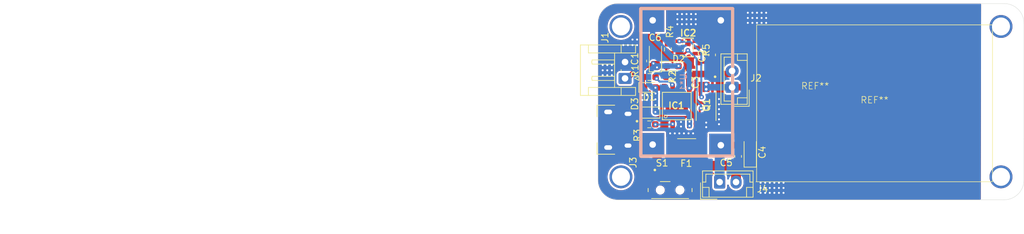
<source format=kicad_pcb>
(kicad_pcb (version 20221018) (generator pcbnew)
  (layers (0 "F.Cu" signal) (31 "B.Cu" signal) (34 "B.Paste" user) (35 "F.Paste" user) (36 "B.SilkS" user "B.Silkscreen") (37 "F.SilkS" user "F.Silkscreen") (38 "B.Mask" user) (39 "F.Mask" user) (44 "Edge.Cuts" user))
  (net 0 "")
  (net 1 "/BATT_VIN")
  (net 2 "GND")
  (net 3 "/BATT_SAVE")
  (net 4 "/BATT-")
  (net 5 "/BATT+")
  (net 6 "Net-(D1-K)")
  (net 7 "Net-(D2-K)")
  (net 8 "Net-(D3-A)")
  (net 9 "Net-(F1-Pad1)")
  (net 10 "Net-(IC1-PROG)")
  (net 11 "Net-(IC1-STDBY)")
  (net 12 "Net-(IC1-CHRG)")
  (net 13 "/OD")
  (net 14 "/CS")
  (net 15 "/OC")
  (net 20 "Net-(Q1-Pad1)")
  (net 21 "Net-(U*1-OUT+)")
  (net 23 "Net-(J4-Pin_1)")
  (net 24 "/5V_3A")
  (footprint "Resistor_SMD:R_0603_1608Metric_Pad0.98x0.95mm_HandSolder" (layer "F.Cu") (at 91.2575 103.57)
    (fp_text reference "R3" (at -1.8075 1.68 90) (layer "F.SilkS"))
    (fp_text value "1.2K")
    (pad "1" smd roundrect (at -0.9125 0) (size 0.975 0.95) (layers "F.Cu" "F.Paste" "F.Mask") (net 2 "GND"))
    (pad "2" smd roundrect (at 0.9125 0) (size 0.975 0.95) (layers "F.Cu" "F.Paste" "F.Mask") (net 10 "Net-(IC1-PROG)"))
  )
  (footprint "Custom_Footprints:FS8205" (layer "F.Cu") (at 99.93 100.7325 -90)
    (fp_text reference "Q1" (at -0.1325 -0.07 90) (layer "F.SilkS") (effects (font (thickness 0.2))))
    (fp_text value "FS8205A")
    (pad "1" smd rect (at -2.88 -0.975 270) (size 1.56 0.4) (layers "F.Cu" "F.Paste" "F.Mask") (net 20 "Net-(Q1-Pad1)"))
    (pad "2" smd rect (at -2.88 -0.325 270) (size 1.56 0.4) (layers "F.Cu" "F.Paste" "F.Mask") (net 4 "/BATT-"))
    (pad "3" smd rect (at -2.88 0.325 270) (size 1.56 0.4) (layers "F.Cu" "F.Paste" "F.Mask") (net 4 "/BATT-"))
    (pad "4" smd rect (at -2.88 0.975 270) (size 1.56 0.4) (layers "F.Cu" "F.Paste" "F.Mask") (net 13 "/OD"))
    (pad "5" smd rect (at 2.88 0.975 270) (size 1.56 0.4) (layers "F.Cu" "F.Paste" "F.Mask") (net 15 "/OC"))
    (pad "6" smd rect (at 2.88 0.325 270) (size 1.56 0.4) (layers "F.Cu" "F.Paste" "F.Mask") (net 2 "GND"))
    (pad "7" smd rect (at 2.88 -0.325 270) (size 1.56 0.4) (layers "F.Cu" "F.Paste" "F.Mask") (net 2 "GND"))
    (pad "8" smd rect (at 2.88 -0.975 270) (size 1.56 0.4) (layers "F.Cu" "F.Paste" "F.Mask") (net 20 "Net-(Q1-Pad1)"))
  )
  (footprint "Diode_SMD:D_SOD-323" (layer "F.Cu") (at 91.26 101.77 180)
    (fp_text reference "D3" (at 2.21 1.32 90) (layer "F.SilkS"))
    (fp_text value "1N5819WS")
    (pad "1" smd roundrect (at -1.05 0 180) (size 0.6 0.45) (layers "F.Cu" "F.Paste" "F.Mask") (net 1 "/BATT_VIN"))
    (pad "2" smd roundrect (at 1.05 0 180) (size 0.6 0.45) (layers "F.Cu" "F.Paste" "F.Mask") (net 8 "Net-(D3-A)"))
  )
  (footprint "Resistor_SMD:R_0603_1608Metric_Pad0.98x0.95mm_HandSolder" (layer "F.Cu") (at 91.3075 96.33 180)
    (fp_text reference "R1" (at 2.2075 0.93 90) (layer "F.SilkS"))
    (fp_text value "1K")
    (pad "1" smd roundrect (at -0.9125 0 180) (size 0.975 0.95) (layers "F.Cu" "F.Paste" "F.Mask") (net 12 "Net-(IC1-CHRG)"))
    (pad "2" smd roundrect (at 0.9125 0 180) (size 0.975 0.95) (layers "F.Cu" "F.Paste" "F.Mask") (net 6 "Net-(D1-K)"))
  )
  (footprint "Resistor_SMD:R_0603_1608Metric_Pad0.98x0.95mm_HandSolder" (layer "F.Cu") (at 94.77 96.31 180)
    (fp_text reference "R2" (at -0.03 0.01 90) (layer "F.SilkS"))
    (fp_text value "1K")
    (pad "1" smd roundrect (at -0.9125 0 180) (size 0.975 0.95) (layers "F.Cu" "F.Paste" "F.Mask") (net 11 "Net-(IC1-STDBY)"))
    (pad "2" smd roundrect (at 0.9125 0 180) (size 0.975 0.95) (layers "F.Cu" "F.Paste" "F.Mask") (net 7 "Net-(D2-K)"))
  )
  (footprint "Capacitor_SMD:C_0603_1608Metric_Pad1.08x0.95mm_HandSolder" (layer "F.Cu") (at 90.35 93.88 90)
    (fp_text reference "C1" (at 0.33 -1.3 90) (layer "F.SilkS"))
    (fp_text value "100nf")
    (pad "1" smd roundrect (at -0.8625 0 90) (size 1.075 0.95) (layers "F.Cu" "F.Paste" "F.Mask") (net 1 "/BATT_VIN"))
    (pad "2" smd roundrect (at 0.8625 0 90) (size 1.075 0.95) (layers "F.Cu" "F.Paste" "F.Mask") (net 2 "GND"))
  )
  (footprint "Capacitor_SMD:C_0603_1608Metric_Pad1.08x0.95mm_HandSolder" (layer "F.Cu") (at 97.28 95.38 90)
    (fp_text reference "C3" (at -1.77 1.02 90) (layer "F.SilkS"))
    (fp_text value "10uF")
    (pad "1" smd roundrect (at -0.8625 0 90) (size 1.075 0.95) (layers "F.Cu" "F.Paste" "F.Mask") (net 5 "/BATT+"))
    (pad "2" smd roundrect (at 0.8625 0 90) (size 1.075 0.95) (layers "F.Cu" "F.Paste" "F.Mask") (net 2 "GND"))
  )
  (footprint "Connector_JST:JST_EH_B2B-EH-A_1x02_P2.50mm_Vertical" (layer "F.Cu") (at 102 112.4)
    (fp_text reference "J4" (at 6.55 1.05 180) (layer "F.SilkS"))
    (fp_text value "Conn_01x02_Male")
    (pad "1" thru_hole roundrect (at 0 0) (size 1.7 2) (drill 1) (layers "*.Cu" "*.Mask") (roundrect_rratio 0.1470588235) (net 23 "Net-(J4-Pin_1)"))
    (pad "2" thru_hole oval (at 2.5 0) (size 1.7 2) (drill 1) (layers "*.Cu" "*.Mask") (net 24 "/5V_3A"))
  )
  (footprint "Custom_Footprints:Micro-USB1" (layer "F.Cu") (at 84.985 104.39 -90)
    (fp_text reference "J3" (at 5.01 -3.815 90) (layer "F.SilkS"))
    (fp_text value "Micro-USB1")
    (fp_poly (pts (xy -1.9 -2.3) (xy -1.9 -3.76) (xy -3.9 -3.76) (xy -3.9 -2.3)) (stroke (width 0.01)) (fill solid) (layer "F.Cu"))
    (fp_poly (pts (xy 1.9 -2.3) (xy 1.9 -3.76) (xy 3.9 -3.76) (xy 3.9 -2.3)) (stroke (width 0.01)) (fill solid) (layer "F.Cu"))
    (fp_poly (pts (xy -3.9 -2.05) (xy -3.9 -1.35) (xy -3.375 -1.35) (xy -3.375 0.8) (xy -3.374 0.821) (xy -3.373 0.842) (xy -3.37 0.863) (xy -3.366 0.883) (xy -3.361 0.904) (xy -3.355 0.924) (xy -3.348 0.943) (xy -3.34 0.963) (xy -3.331 0.982) (xy -3.321 1) (xy -3.31 1.018) (xy -3.299 1.035) (xy -3.286 1.052) (xy -3.272 1.068) (xy -3.258 1.083) (xy -3.243 1.097) (xy -3.227 1.111) (xy -3.21 1.124) (xy -3.193 1.135) (xy -3.175 1.146) (xy -3.157 1.156) (xy -3.138 1.165) (xy -3.118 1.173) (xy -3.099 1.18) (xy -3.079 1.186) (xy -3.058 1.191) (xy -3.038 1.195) (xy -3.017 1.198) (xy -2.996 1.199) (xy -2.975 1.2) (xy -2.475 1.2) (xy -2.454 1.199) (xy -2.433 1.198) (xy -2.412 1.195) (xy -2.392 1.191) (xy -2.371 1.186) (xy -2.351 1.18) (xy -2.332 1.173) (xy -2.312 1.165) (xy -2.293 1.156) (xy -2.275 1.146) (xy -2.257 1.135) (xy -2.24 1.124) (xy -2.223 1.111) (xy -2.207 1.097) (xy -2.192 1.083) (xy -2.178 1.068) (xy -2.164 1.052) (xy -2.151 1.035) (xy -2.14 1.018) (xy -2.129 1) (xy -2.119 0.982) (xy -2.11 0.963) (xy -2.102 0.943) (xy -2.095 0.924) (xy -2.089 0.904) (xy -2.084 0.883) (xy -2.08 0.863) (xy -2.077 0.842) (xy -2.076 0.821) (xy -2.075 0.8) (xy -2.075 -2.05) (xy -3.9 -2.05)) (stroke (width 0.01)) (fill solid) (layer "F.Cu"))
    (fp_poly (pts (xy 3.9 -2.05) (xy 3.9 -1.35) (xy 3.375 -1.35) (xy 3.375 0.8) (xy 3.374 0.821) (xy 3.373 0.842) (xy 3.37 0.863) (xy 3.366 0.883) (xy 3.361 0.904) (xy 3.355 0.924) (xy 3.348 0.943) (xy 3.34 0.963) (xy 3.331 0.982) (xy 3.321 1) (xy 3.31 1.018) (xy 3.299 1.035) (xy 3.286 1.052) (xy 3.272 1.068) (xy 3.258 1.083) (xy 3.243 1.097) (xy 3.227 1.111) (xy 3.21 1.124) (xy 3.193 1.135) (xy 3.175 1.146) (xy 3.157 1.156) (xy 3.138 1.165) (xy 3.118 1.173) (xy 3.099 1.18) (xy 3.079 1.186) (xy 3.058 1.191) (xy 3.038 1.195) (xy 3.017 1.198) (xy 2.996 1.199) (xy 2.975 1.2) (xy 2.475 1.2) (xy 2.454 1.199) (xy 2.433 1.198) (xy 2.412 1.195) (xy 2.392 1.191) (xy 2.371 1.186) (xy 2.351 1.18) (xy 2.332 1.173) (xy 2.312 1.165) (xy 2.293 1.156) (xy 2.275 1.146) (xy 2.257 1.135) (xy 2.24 1.124) (xy 2.223 1.111) (xy 2.207 1.097) (xy 2.192 1.083) (xy 2.178 1.068) (xy 2.164 1.052) (xy 2.151 1.035) (xy 2.14 1.018) (xy 2.129 1) (xy 2.119 0.982) (xy 2.11 0.963) (xy 2.102 0.943) (xy 2.095 0.924) (xy 2.089 0.904) (xy 2.084 0.883) (xy 2.08 0.863) (xy 2.077 0.842) (xy 2.076 0.821) (xy 2.075 0.8) (xy 2.075 -2.05) (xy 3.9 -2.05)) (stroke (width 0.01)) (fill solid) (layer "F.Cu"))
    (pad "1" smd rect (at -1.3 -2.825) (size 1.75 0.4) (layers "F.Cu" "F.Paste" "F.Mask") (net 8 "Net-(D3-A)"))
    (pad "2" smd rect (at -0.65 -2.825) (size 1.75 0.4) (layers "F.Cu" "F.Paste" "F.Mask"))
    (pad "3" smd rect (at 0 -2.825) (size 1.75 0.4) (layers "F.Cu" "F.Paste" "F.Mask"))
    (pad "4" smd rect (at 0.65 -2.825) (size 1.75 0.4) (layers "F.Cu" "F.Paste" "F.Mask"))
    (pad "5" smd rect (at 1.3 -2.825) (size 1.75 0.4) (layers "F.Cu" "F.Paste" "F.Mask") (net 2 "GND"))
    (pad "6" thru_hole oval (at -2.425 -3.03 270) (size 0.73 1.46) (drill oval 0.65 1.05) (layers "*.Cu") (net 2 "GND"))
    (pad "7" thru_hole oval (at 2.425 -3.03 270) (size 0.73 1.46) (drill oval 0.65 1.05) (layers "*.Cu") (net 2 "GND"))
    (pad "8" thru_hole oval (at -2.725 0 270) (size 1.2 2.4) (drill oval 0.7 1.2) (layers "*.Cu" "*.Mask") (net 2 "GND"))
    (pad "9" thru_hole oval (at 2.725 0 270) (size 1.2 2.4) (drill oval 0.7 1.2) (layers "*.Cu" "*.Mask") (net 2 "GND"))
    (pad "10" smd oval (at -2.425 -3.03 270) (size 1.05 2.1) (layers "B.Cu" "B.Mask") (net 2 "GND"))
    (pad "11" smd oval (at 2.425 -3.03 270) (size 1.05 2.1) (layers "B.Cu" "B.Mask") (net 2 "GND"))
    (pad "S1" smd rect (at -0.9625 0.25 90) (size 1.425 2.5) (layers "F.Cu" "F.Paste" "F.Mask") (net 2 "GND"))
    (pad "S2" smd rect (at 0.9625 0.25 270) (size 1.425 2.5) (layers "F.Cu" "F.Paste" "F.Mask") (net 2 "GND"))
  )
  (footprint "Resistor_SMD:R_0603_1608Metric_Pad0.98x0.95mm_HandSolder" (layer "F.Cu") (at 94.1 92.0925 -90)
    (fp_text reference "R4" (at -2.6925 -0.3 90) (layer "F.SilkS"))
    (fp_text value "1K")
    (pad "1" smd roundrect (at -0.9125 0 270) (size 0.975 0.95) (layers "F.Cu" "F.Paste" "F.Mask") (net 14 "/CS"))
    (pad "2" smd roundrect (at 0.9125 0 270) (size 0.975 0.95) (layers "F.Cu" "F.Paste" "F.Mask") (net 2 "GND"))
  )
  (footprint "Custom_Footprints:DW01A" (layer "F.Cu") (at 97.16 91.8 -90)
    (property "VALUE" "DW01A")
    (fp_text reference "IC2" (at -2.2 -0.04) (layer "F.SilkS") (effects (font (thickness 0.2))))
    (fp_text value "DW01A")
    (pad "1" smd rect (at -0.95 1.3 270) (size 0.55 1.2) (layers "F.Cu" "F.Paste" "F.Mask") (net 13 "/OD"))
    (pad "2" smd rect (at 0 1.3 270) (size 0.55 1.2) (layers "F.Cu" "F.Paste" "F.Mask") (net 14 "/CS"))
    (pad "3" smd rect (at 0.95 1.3 270) (size 0.55 1.2) (layers "F.Cu" "F.Paste" "F.Mask") (net 15 "/OC"))
    (pad "4" smd rect (at 0.95 -1.3 270) (size 0.55 1.2) (layers "F.Cu" "F.Paste" "F.Mask"))
    (pad "5" smd rect (at 0 -1.3 270) (size 0.55 1.2) (layers "F.Cu" "F.Paste" "F.Mask") (net 3 "/BATT_SAVE"))
    (pad "6" smd rect (at -0.95 -1.3 270) (size 0.55 1.2) (layers "F.Cu" "F.Paste" "F.Mask") (net 4 "/BATT-"))
  )
  (footprint "Custom_Footprints:Lipo_battery" (layer "F.Cu") (at 125.65 100.35)
    (fp_text reference "REF**" (at 0 -0.5 unlocked) (layer "F.SilkS") (effects (font (thickness 0.1))))
    (fp_text value "Lipo_battery")
  )
  (footprint "Capacitor_Tantalum_SMD:CP_EIA-3216-18_Kemet-A" (layer "F.Cu") (at 92.2 93.2175 90)
    (fp_text reference "C6" (at 2.9175 -0.05 180) (layer "F.SilkS"))
    (fp_text value "C_Polarized")
    (pad "1" smd roundrect (at -1.35 0 90) (size 1.4 1.35) (layers "F.Cu" "F.Paste" "F.Mask") (roundrect_rratio 0.1851851852) (net 1 "/BATT_VIN"))
    (pad "2" smd roundrect (at 1.35 0 90) (size 1.4 1.35) (layers "F.Cu" "F.Paste" "F.Mask") (roundrect_rratio 0.1851851852) (net 2 "GND"))
  )
  (footprint "Capacitor_SMD:C_0603_1608Metric_Pad1.08x0.95mm_HandSolder" (layer "F.Cu") (at 100.85 92.95 90)
    (fp_text reference "C2" (at -0.19 -1.56 90) (layer "F.SilkS"))
    (fp_text value "100nf")
    (pad "1" smd roundrect (at -0.8625 0 90) (size 1.075 0.95) (layers "F.Cu" "F.Paste" "F.Mask") (net 3 "/BATT_SAVE"))
    (pad "2" smd roundrect (at 0.8625 0 90) (size 1.075 0.95) (layers "F.Cu" "F.Paste" "F.Mask") (net 4 "/BATT-"))
  )
  (footprint "Custom_Footprints:Coral_dev_micro_board_no_pins" (layer "F.Cu") (at 116.58411 98.2)
    (fp_text reference "REF**" (at 0 -0.5 unlocked) (layer "F.SilkS") (effects (font (thickness 0.1))))
    (fp_text value "Coral_dev_micro_board_no_pins")
    (fp_text user "" (at -28.4 -5.6 90 unlocked) (layer "F.SilkS") (effects (font (size 2.75 2.75) (thickness 0.254)) (justify left bottom mirror)))
    (fp_line (start -33.14411 13.9) (end -33.14411 -10.1) (stroke (width 0.05)) (layer "Edge.Cuts"))
    (fp_line (start -30.14411 -13.1) (end 24.90589 -13.1) (stroke (width 0.05)) (layer "Edge.Cuts"))
    (fp_line (start 24.90589 -13.1) (end 28.85589 -13.1) (stroke (width 0.05)) (layer "Edge.Cuts"))
    (fp_line (start 28.85589 16.9) (end -30.14411 16.9) (stroke (width 0.05)) (layer "Edge.Cuts"))
    (fp_line (start 31.85589 -10.1) (end 31.85589 7.57) (stroke (width 0.05)) (layer "Edge.Cuts"))
    (fp_line (start 31.85589 7.57) (end 31.85589 13.9) (stroke (width 0.05)) (layer "Edge.Cuts"))
    (fp_arc (start -33.14411 -10.1) (mid -32.26543 -12.22132) (end -30.14411 -13.1) (stroke (width 0.05)) (layer "Edge.Cuts"))
    (fp_arc (start -30.14411 16.9) (mid -32.26543 16.02132) (end -33.14411 13.9) (stroke (width 0.05)) (layer "Edge.Cuts"))
    (fp_arc (start 28.85589 -13.1) (mid 30.977217 -12.221324) (end 31.85589 -10.1) (stroke (width 0.05)) (layer "Edge.Cuts"))
    (fp_arc (start 31.85589 13.9) (mid 30.97721 16.021317) (end 28.85589 16.9) (stroke (width 0.05)) (layer "Edge.Cuts"))
    (pad "" thru_hole circle locked (at -29.64411 -9.6) (size 3.5 3.5) (drill 2.75) (layers "*.Cu" "*.Mask"))
    (pad "" thru_hole circle locked (at -29.64411 13.4) (size 3.5 3.5) (drill 2.75) (layers "*.Cu" "*.Mask"))
    (pad "" thru_hole circle locked (at 28.35589 -9.6) (size 3.5 3.5) (drill 2.75) (layers "*.Cu" "*.Mask"))
    (pad "" thru_hole circle locked (at 28.35589 13.4) (size 3.5 3.5) (drill 2.75) (layers "*.Cu" "*.Mask"))
  )
  (footprint "LED_SMD:LED_0603_1608Metric_Pad1.05x0.95mm_HandSolder" (layer "F.Cu") (at 91.3225 97.92)
    (fp_text reference "D1" (at -0.0725 1.48) (layer "F.SilkS"))
    (fp_text value "LED")
    (pad "1" smd roundrect (at -0.875 0) (size 1.05 0.95) (layers "F.Cu" "F.Paste" "F.Mask") (net 6 "Net-(D1-K)"))
    (pad "2" smd roundrect (at 0.875 0) (size 1.05 0.95) (layers "F.Cu" "F.Paste" "F.Mask") (net 1 "/BATT_VIN"))
  )
  (footprint "Resistor_SMD:R_0603_1608Metric_Pad0.98x0.95mm_HandSolder" (layer "F.Cu") (at 98.85 94.96 -90)
    (fp_text reference "R5" (at -2.76 -1.1 90) (layer "F.SilkS"))
    (fp_text value "100")
    (pad "1" smd roundrect (at -0.9125 0 270) (size 0.975 0.95) (layers "F.Cu" "F.Paste" "F.Mask") (net 3 "/BATT_SAVE"))
    (pad "2" smd roundrect (at 0.9125 0 270) (size 0.975 0.95) (layers "F.Cu" "F.Paste" "F.Mask") (net 5 "/BATT+"))
  )
  (footprint "Connector_JST:JST_EH_B2B-EH-A_1x02_P2.50mm_Vertical" (layer "F.Cu") (at 103.9 97.9 90)
    (fp_text reference "J2" (at 1.4 3.65 180) (layer "F.SilkS"))
    (fp_text value "Conn_01x02_Male")
    (pad "1" thru_hole roundrect (at 0 0 90) (size 1.7 2) (drill 1) (layers "*.Cu" "*.Mask") (roundrect_rratio 0.1470588235) (net 4 "/BATT-"))
    (pad "2" thru_hole oval (at 2.5 0 90) (size 1.7 2) (drill 1) (layers "*.Cu" "*.Mask") (net 5 "/BATT+"))
  )
  (footprint "Connector_JST:JST_EH_S2B-EH_1x02_P2.50mm_Horizontal" (layer "F.Cu") (at 87.56 96.54 90)
    (fp_text reference "J1" (at 6.24 -3.06 90) (layer "F.SilkS"))
    (fp_text value "Conn_01x02_Male")
    (pad "1" thru_hole roundrect (at 0 0 90) (size 1.7 2) (drill 1) (layers "*.Cu" "*.Mask") (roundrect_rratio 0.1470588235) (net 1 "/BATT_VIN"))
    (pad "2" thru_hole oval (at 2.5 0 90) (size 1.7 2) (drill 1) (layers "*.Cu" "*.Mask") (net 2 "GND"))
  )
  (footprint "Fuse:Fuse_2010_5025Metric" (layer "F.Cu") (at 96.97 107.12)
    (fp_text reference "F1" (at -0.07 2.43) (layer "F.SilkS"))
    (fp_text value "Polyfuse_Small")
    (pad "1" smd roundrect (at -2.25 0) (size 1.35 2.65) (layers "F.Cu" "F.Paste" "F.Mask") (roundrect_rratio 0.1851851852) (net 9 "Net-(F1-Pad1)"))
    (pad "2" smd roundrect (at 2.25 0) (size 1.35 2.65) (layers "F.Cu" "F.Paste" "F.Mask") (roundrect_rratio 0.1851851852) (net 24 "/5V_3A"))
  )
  (footprint "LED_SMD:LED_0603_1608Metric_Pad1.05x0.95mm_HandSolder" (layer "F.Cu") (at 94.8125 94.67)
    (fp_text reference "D2" (at 0.9375 -1.12) (layer "F.SilkS"))
    (fp_text value "LED")
    (pad "1" smd roundrect (at -0.875 0) (size 1.05 0.95) (layers "F.Cu" "F.Paste" "F.Mask") (net 7 "Net-(D2-K)"))
    (pad "2" smd roundrect (at 0.875 0) (size 1.05 0.95) (layers "F.Cu" "F.Paste" "F.Mask") (net 1 "/BATT_VIN"))
  )
  (footprint "Custom_Footprints:SW_Slide_SPST_Side" (layer "F.Cu") (at 94.44 113.62)
    (fp_text reference "S1" (at -1.225 -4.131) (layer "F.SilkS"))
    (fp_text value "EG1215AA")
    (pad "" np_thru_hole circle (at -1.5 0) (size 0.9 0.9) (drill 0.9) (layers "*.Cu" "*.Mask"))
    (pad "" np_thru_hole circle (at 1.5 0) (size 0.9 0.9) (drill 0.9) (layers "*.Cu" "*.Mask"))
    (pad "1" smd rect (at -2.25 -1.75) (size 0.7 1.5) (layers "F.Cu" "F.Paste" "F.Mask"))
    (pad "2" smd rect (at 0.75 -1.75) (size 0.7 1.5) (layers "F.Cu" "F.Paste" "F.Mask") (net 21 "Net-(U*1-OUT+)"))
    (pad "3" smd rect (at 2.25 -1.75) (size 0.7 1.5) (layers "F.Cu" "F.Paste" "F.Mask") (net 9 "Net-(F1-Pad1)"))
    (pad "S1" smd rect (at -3.65 -1.05) (size 1 0.8) (layers "F.Cu" "F.Paste" "F.Mask"))
    (pad "S2" smd rect (at -3.65 1.05) (size 1 0.8) (layers "F.Cu" "F.Paste" "F.Mask"))
    (pad "S3" smd rect (at 3.65 1.05) (size 1 0.8) (layers "F.Cu" "F.Paste" "F.Mask"))
    (pad "S4" smd rect (at 3.65 -1.05) (size 1 0.8) (layers "F.Cu" "F.Paste" "F.Mask"))
  )
  (footprint "Capacitor_SMD:C_0603_1608Metric_Pad1.08x0.95mm_HandSolder" (layer "F.Cu") (at 104.82 108.47 90)
    (fp_text reference "C5" (at -0.98 -1.82) (layer "F.SilkS"))
    (fp_text value "10uF")
    (pad "1" smd roundrect (at -0.8625 0 90) (size 1.075 0.95) (layers "F.Cu" "F.Paste" "F.Mask") (net 24 "/5V_3A"))
    (pad "2" smd roundrect (at 0.8625 0 90) (size 1.075 0.95) (layers "F.Cu" "F.Paste" "F.Mask") (net 23 "Net-(J4-Pin_1)"))
  )
  (footprint "Capacitor_Tantalum_SMD:CP_EIA-3216-18_Kemet-A" (layer "F.Cu") (at 106.67 107.7975 90)
    (fp_text reference "C4" (at -0.0525 1.83 90) (layer "F.SilkS"))
    (fp_text value "C_Polarized")
    (pad "1" smd roundrect (at -1.35 0 90) (size 1.4 1.35) (layers "F.Cu" "F.Paste" "F.Mask") (roundrect_rratio 0.1851851852) (net 24 "/5V_3A"))
    (pad "2" smd roundrect (at 1.35 0 90) (size 1.4 1.35) (layers "F.Cu" "F.Paste" "F.Mask") (roundrect_rratio 0.1851851852) (net 23 "Net-(J4-Pin_1)"))
  )
  (footprint "Custom_Footprints:TP4056" (layer "F.Cu") (at 95.46 100.77 90)
    (fp_text reference "IC1" (at 0.07 -0.06) (layer "F.SilkS") (effects (font (size 1.000283 1.000283) (thickness 0.2))))
    (fp_text value "TP4056")
    (fp_poly (pts (xy -1.20026 -1.7) (xy 1.2 -1.7) (xy 1.2 1.70037) (xy -1.20026 1.70037)) (stroke (width 0.01)) (fill solid) (layer "F.Cu"))
    (pad "1" smd rect (at -2.75 -1.905 90) (size 1.3 0.7) (layers "F.Cu" "F.Paste" "F.Mask") (net 2 "GND"))
    (pad "2" smd rect (at -2.75 -0.635 90) (size 1.3 0.7) (layers "F.Cu" "F.Paste" "F.Mask") (net 10 "Net-(IC1-PROG)"))
    (pad "3" smd rect (at -2.75 0.635 90) (size 1.3 0.7) (layers "F.Cu" "F.Paste" "F.Mask") (net 2 "GND"))
    (pad "4" smd rect (at -2.75 1.905 90) (size 1.3 0.7) (layers "F.Cu" "F.Paste" "F.Mask") (net 1 "/BATT_VIN"))
    (pad "5" smd rect (at 2.75 1.905 90) (size 1.3 0.7) (layers "F.Cu" "F.Paste" "F.Mask") (net 5 "/BATT+"))
    (pad "6" smd rect (at 2.75 0.635 90) (size 1.3 0.7) (layers "F.Cu" "F.Paste" "F.Mask") (net 11 "Net-(IC1-STDBY)"))
    (pad "7" smd rect (at 2.75 -0.635 90) (size 1.3 0.7) (layers "F.Cu" "F.Paste" "F.Mask") (net 12 "Net-(IC1-CHRG)"))
    (pad "8" smd rect (at 2.75 -1.905 90) (size 1.3 0.7) (layers "F.Cu" "F.Paste" "F.Mask") (net 1 "/BATT_VIN"))
  )
  (footprint "Custom_Footprints:Boost_5V_3A" (layer "B.Cu") (at 96.98 97.16 -90)
    (fp_text reference "U*1" (at 0 0.5 90 unlocked) (layer "B.SilkS") (effects (font (thickness 0.1)) (justify mirror)))
    (fp_text value "~" (at 0 -1 90 unlocked) (layer "B.SilkS") (effects (justify mirror)))
    (pad "1" thru_hole rect (at -9.5 5.2 270) (size 3.524 3.524) (drill 1) (layers "*.Cu" "*.Mask") (net 5 "/BATT+"))
    (pad "2" thru_hole rect (at -9.5 -5.2 270) (size 3.524 3.524) (drill 1) (layers "*.Cu" "*.Mask") (net 2 "GND"))
    (pad "3" thru_hole rect (at 9.5 5.2 270) (size 3.524 3.524) (drill 1) (layers "*.Cu" "*.Mask") (net 21 "Net-(U*1-OUT+)"))
    (pad "4" thru_hole rect (at 9.6 -5.2 270) (size 3.524 3.524) (drill 1) (layers "*.Cu" "*.Mask") (net 23 "Net-(J4-Pin_1)"))
  )
  (segment (start 87.95 96.54) (end 89.7475 94.7425) (width 0.8) (layer "F.Cu") (net 1))
  (segment (start 87.56 96.54) (end 87.95 96.54) (width 0.8) (layer "F.Cu") (net 1))
  (segment (start 89.7475 94.7425) (end 90.35 94.7425) (width 0.8) (layer "F.Cu") (net 1))
  (segment (start 92.2 94.5675) (end 90.525 94.5675) (width 0.8) (layer "F.Cu") (net 1))
  (segment (start 92.2975 98.02) (end 92.1975 97.92) (width 0.8) (layer "F.Cu") (net 1))
  (segment (start 92.19 101.68) (end 92.19 97.98) (width 0.8) (layer "F.Cu") (net 1))
  (segment (start 93.555 98.02) (end 92.2975 98.02) (width 0.8) (layer "F.Cu") (net 1))
  (segment (start 90.525 94.5675) (end 90.35 94.7425) (width 0.8) (layer "F.Cu") (net 1))
  (segment (start 92.19 97.98) (end 92.2 97.97) (width 0.8) (layer "F.Cu") (net 1))
  (via (at 91.89 94.25) (size 0.7) (drill 0.3) (layers "F.Cu" "B.Cu") (net 1))
  (via (at 92.19 101.68) (size 0.7) (drill 0.3) (layers "F.Cu" "B.Cu") (net 1))
  (via (at 92.2 100.63) (size 0.7) (drill 0.3) (layers "F.Cu" "B.Cu") (net 1))
  (via (at 97.4 103.15) (size 0.7) (drill 0.3) (layers "F.Cu" "B.Cu") (net 1))
  (via (at 92.2 97.97) (size 0.7) (drill 0.3) (layers "F.Cu" "B.Cu") (net 1))
  (via (at 92.44 94.86) (size 0.7) (drill 0.3) (layers "F.Cu" "B.Cu") (net 1))
  (via (at 92.2 99.74) (size 0.7) (drill 0.3) (layers "F.Cu" "B.Cu") (net 1))
  (via (at 95.73 94.64) (size 0.7) (drill 0.3) (layers "F.Cu" "B.Cu") (net 1))
  (via (at 92.21 98.85) (size 0.7) (drill 0.3) (layers "F.Cu" "B.Cu") (net 1))
  (via (at 97.4 103.8) (size 0.7) (drill 0.3) (layers "F.Cu" "B.Cu") (net 1))
  (segment (start 92.21 98.85) (end 92.21 99.73) (width 0.8) (layer "B.Cu") (net 1))
  (segment (start 92.2 100.63) (end 92.2 101.67) (width 0.8) (layer "B.Cu") (net 1))
  (segment (start 92.19 101.68) (end 92.21 101.7) (width 0.8) (layer "B.Cu") (net 1))
  (segment (start 91.72 97.97) (end 92.2 97.97) (width 0.8) (layer "B.Cu") (net 1))
  (segment (start 92.21 101.7) (end 96.95 101.7) (width 0.8) (layer "B.Cu") (net 1))
  (segment (start 92.44 94.86) (end 91.88 94.86) (width 0.8) (layer "B.Cu") (net 1))
  (segment (start 91.17 95.57) (end 91.17 97.42) (width 0.8) (layer "B.Cu") (net 1))
  (segment (start 91.17 97.42) (end 91.72 97.97) (width 0.8) (layer "B.Cu") (net 1))
  (segment (start 96.95 101.7) (end 97.4 102.15) (width 0.8) (layer "B.Cu") (net 1))
  (segment (start 92.66 94.64) (end 95.73 94.64) (width 0.8) (layer "B.Cu") (net 1))
  (segment (start 92.44 94.86) (end 92.66 94.64) (width 0.8) (layer "B.Cu") (net 1))
  (segment (start 92.2 97.97) (end 92.2 98.84) (width 0.8) (layer "B.Cu") (net 1))
  (segment (start 92.2 99.74) (end 92.2 100.63) (width 0.8) (layer "B.Cu") (net 1))
  (segment (start 92.2 94.5675) (end 92.19 94.5775) (width 0.8) (layer "B.Cu") (net 1))
  (segment (start 91.88 94.86) (end 91.17 95.57) (width 0.8) (layer "B.Cu") (net 1))
  (segment (start 97.4 102.15) (end 97.4 103.8) (width 0.8) (layer "B.Cu") (net 1))
  (segment (start 92.2 101.67) (end 92.19 101.68) (width 0.8) (layer "B.Cu") (net 1))
  (segment (start 92.2 98.84) (end 92.21 98.85) (width 0.8) (layer "B.Cu") (net 1))
  (segment (start 92.21 99.73) (end 92.2 99.74) (width 0.8) (layer "B.Cu") (net 1))
  (segment (start 99.955 103.68) (end 99.955 103.695) (width 0.3) (layer "F.Cu") (net 2))
  (segment (start 95.93 86.695) (end 95.945 86.695) (width 0.3) (layer "F.Cu") (net 2))
  (segment (start 110.03 112.495) (end 110.045 112.495) (width 0.3) (layer "F.Cu") (net 2))
  (segment (start 97.33 88.245) (end 97.345 88.245) (width 0.3) (layer "F.Cu") (net 2))
  (segment (start 85.245 95.295) (end 85.25 95.3) (width 0.3) (layer "F.Cu") (net 2))
  (segment (start 111.445 114.045) (end 111.45 114.05) (width 0.3) (layer "F.Cu") (net 2))
  (segment (start 89.08 91.445) (end 89.095 91.445) (width 0.3) (layer "F.Cu") (net 2))
  (segment (start 110.03 113.295) (end 110.045 113.295) (width 0.3) (layer "F.Cu") (net 2))
  (segment (start 90.58 99.095) (end 90.595 99.095) (width 0.3) (layer "F.Cu") (net 2))
  (segment (start 111.445 113.295) (end 111.45 113.3) (width 0.3) (layer "F.Cu") (net 2))
  (segment (start 108.63 113.295) (end 108.645 113.295) (width 0.3) (layer "F.Cu") (net 2))
  (segment (start 111.43 113.295) (end 111.445 113.295) (width 0.3) (layer "F.Cu") (net 2))
  (segment (start 106.695 86.495) (end 106.7 86.5) (width 0.3) (layer "F.Cu") (net 2))
  (segment (start 83.83 96.045) (end 83.845 96.045) (width 0.3) (layer "F.Cu") (net 2))
  (segment (start 89.35 104.565) (end 90.345 103.57) (width 0.3) (layer "F.Cu") (net 2))
  (segment (start 96.155 104.955) (end 96.15 104.95) (width 0.3) (layer "F.Cu") (net 2))
  (segment (start 95.945 87.495) (end 95.95 87.5) (width 0.3) (layer "F.Cu") (net 2))
  (segment (start 95.945 88.245) (end 95.95 88.25) (width 0.3) (layer "F.Cu") (net 2))
  (segment (start 97.345 87.495) (end 97.35 87.5) (width 0.3) (layer "F.Cu") (net 2))
  (segment (start 111.43 114.045) (end 111.445 114.045) (width 0.3) (layer "F.Cu") (net 2))
  (segment (start 85.23 94.495) (end 85.245 94.495) (width 0.3) (layer "F.Cu") (net 2))
  (segment (start 96.095 103.52) (end 96.095 103.505) (width 0.3) (layer "F.Cu") (net 2))
  (segment (start 108.095 88.045) (end 108.1 88.05) (width 0.3) (layer "F.Cu") (net 2))
  (segment (start 97.57 104.955) (end 97.555 104.955) (width 0.3) (layer "F.Cu") (net 2))
  (segment (start 97.33 87.495) (end 97.345 87.495) (width 0.3) (layer "F.Cu") (net 2))
  (segment (start 110.045 112.495) (end 110.05 112.5) (width 0.3) (layer "F.Cu") (net 2))
  (segment (start 83.845 95.295) (end 83.85 95.3) (width 0.3) (layer "F.Cu") (net 2))
  (segment (start 87.81 105.69) (end 89.11 105.69) (width 0.3) (layer "F.Cu") (net 2))
  (segment (start 108.095 86.495) (end 108.1 86.5) (width 0.3) (layer "F.Cu") (net 2))
  (segment (start 95.93 87.495) (end 95.945 87.495) (width 0.3) (layer "F.Cu") (net 2))
  (segment (start 108.63 114.045) (end 108.645 114.045) (width 0.3) (layer "F.Cu") (net 2))
  (segment (start 85.245 94.495) (end 85.25 94.5) (width 0.3) (layer "F.Cu") (net 2))
  (segment (start 108.645 113.295) (end 108.65 113.3) (width 0.3) (layer "F.Cu") (net 2))
  (segment (start 96.17 104.955) (end 96.155 104.955) (width 0.3) (layer "F.Cu") (net 2))
  (segment (start 87.695 91.445) (end 87.7 91.45) (width 0.3) (layer "F.Cu") (net 2))
  (segment (start 85.245 96.045) (end 85.25 96.05) (width 0.3) (layer "F.Cu") (net 2))
  (segment (start 96.095 103.505) (end 96.1 103.5) (width 0.3) (layer "F.Cu") (net 2))
  (segment (start 87.68 91.445) (end 87.695 91.445) (width 0.3) (layer "F.Cu") (net 2))
  (segment (start 89.35 105.45) (end 89.35 104.565) (width 0.3) (layer "F.Cu") (net 2))
  (segment (start 97.345 86.695) (end 97.35 86.7) (width 0.3) (layer "F.Cu") (net 2))
  (segment (start 95.945 86.695) (end 95.95 86.7) (width 0.3) (layer "F.Cu") (net 2))
  (segment (start 106.68 86.495) (end 106.695 86.495) (width 0.3) (layer "F.Cu") (net 2))
  (segment (start 90.58 99.845) (end 90.595 99.845) (width 0.3) (layer "F.Cu") (net 2))
  (segment (start 106.68 88.045) (end 106.695 88.045) (width 0.3) (layer "F.Cu") (net 2))
  (segment (start 111.43 112.495) (end 111.445 112.495) (width 0.3) (layer "F.Cu") (net 2))
  (segment (start 108.645 112.495) (end 108.65 112.5) (width 0.3) (layer "F.Cu") (net 2))
  (segment (start 85.0725 105.69) (end 84.735 105.3525) (width 0.3) (layer "F.Cu") (net 2))
  (segment (start 85.23 95.295) (end 85.245 95.295) (width 0.3) (layer "F.Cu") (net 2))
  (segment (start 99.955 103.695) (end 99.95 103.7) (width 0.3) (layer "F.Cu") (net 2))
  (segment (start 90.595 99.095) (end 90.6 99.1) (width 0.3) (layer "F.Cu") (net 2))
  (segment (start 111.445 112.495) (end 111.45 112.5) (width 0.3) (layer "F.Cu") (net 2))
  (segment (start 89.095 90.595) (end 89.1 90.6) (width 0.3) (layer "F.Cu") (net 2))
  (segment (start 100.255 103.6125) (end 99.605 103.6125) (width 0.3) (layer "F.Cu") (net 2))
  (segment (start 108.08 87.295) (end 108.095 87.295) (width 0.3) (layer "F.Cu") (net 2))
  (segment (start 87.81 105.69) (end 85.0725 105.69) (width 0.3) (layer "F.Cu") (net 2))
  (segment (start 88.5825 93.0175) (end 90.35 93.0175) (width 0.8) (layer "F.Cu") (net 2))
  (segment (start 108.63 112.495) (end 108.645 112.495) (width 0.3) (layer "F.Cu") (net 2))
  (segment (start 97.33 86.695) (end 97.345 86.695) (width 0.3) (layer "F.Cu") (net 2))
  (segment (start 89.08 90.595) (end 89.095 90.595) (width 0.3) (layer "F.Cu") (net 2))
  (segment (start 87.56 94.04) (end 88.5825 93.0175) (width 0.8) (layer "F.Cu") (net 2))
  (segment (start 89.095 91.445) (end 89.1 91.45) (width 0.3) (layer "F.Cu") (net 2))
  (segment (start 94.77 104.955) (end 94.755 104.955) (width 0.3) (layer "F.Cu") (net 2))
  (segment (start 108.095 87.295) (end 108.1 87.3) (width 0.3) (layer "F.Cu") (net 2))
  (segment (start 90.595 99.845) (end 90.6 99.85) (width 0.3) (layer "F.Cu") (net 2))
  (segment (start 97.345 88.245) (end 97.35 88.25) (width 0.3) (layer "F.Cu") (net 2))
  (segment (start 89.11 105.69) (end 89.35 105.45) (width 0.3) (layer "F.Cu") (net 2))
  (segment (start 95.93 88.245) (end 95.945 88.245) (width 0.3) (layer "F.Cu") (net 2))
  (segment (start 108.08 88.045) (end 108.095 88.045) (width 0.3) (layer "F.Cu") (net 2))
  (segment (start 83.845 96.045) (end 83.85 96.05) (width 0.3) (layer "F.Cu") (net 2))
  (segment (start 110.045 113.295) (end 110.05 113.3) (width 0.3) (layer "F.Cu") (net 2))
  (segment (start 83.845 94.495) (end 83.85 94.5) (width 0.3) (layer "F.Cu") (net 2))
  (segment (start 108.08 86.495) (end 108.095 86.495) (width 0.3) (layer "F.Cu") (net 2))
  (segment (start 106.68 87.295) (end 106.695 87.295) (width 0.3) (layer "F.Cu") (net 2))
  (segment (start 110.03 114.045) (end 110.045 114.045) (width 0.3) (layer "F.Cu") (net 2))
  (segment (start 110.045 114.045) (end 110.05 114.05) (width 0.3) (layer "F.Cu") (net 2))
  (segment (start 83.83 94.495) (end 83.845 94.495) (width 0.3) (layer "F.Cu") (net 2))
  (segment (start 85.23 96.045) (end 85.245 96.045) (width 0.3) (layer "F.Cu") (net 2))
  (segment (start 94.755 104.955) (end 94.75 104.95) (width 0.3) (layer "F.Cu") (net 2))
  (segment (start 106.695 87.295) (end 106.7 87.3) (width 0.3) (layer "F.Cu") (net 2))
  (segment (start 108.645 114.045) (end 108.65 114.05) (width 0.3) (layer "F.Cu") (net 2))
  (segment (start 97.555 104.955) (end 97.55 104.95) (width 0.3) (layer "F.Cu") (net 2))
  (segment (start 106.695 88.045) (end 106.7 88.05) (width 0.3) (layer "F.Cu") (net 2))
  (segment (start 83.83 95.295) (end 83.845 95.295) (width 0.3) (layer "F.Cu") (net 2))
  (via (at 99.95 104) (size 0.7) (drill 0.3) (layers "F.Cu" "B.Cu") (net 2))
  (via (at 96.25 88.25) (size 0.7) (drill 0.3) (layers "F.Cu" "B.Cu") (net 2))
  (via (at 108.4 87.3) (size 0.7) (drill 0.3) (layers "F.Cu" "B.Cu") (net 2))
  (via (at 96.95 88.25) (size 0.7) (drill 0.3) (layers "F.Cu" "B.Cu") (net 2))
  (via (at 110.35 114.05) (size 0.7) (drill 0.3) (layers "F.Cu" "B.Cu") (net 2))
  (via (at 111.75 112.5) (size 0.7) (drill 0.3) (layers "F.Cu" "B.Cu") (net 2))
  (via (at 101.9 103.55) (size 0.7) (drill 0.3) (layers "F.Cu" "B.Cu") (net 2))
  (via (at 89.4 90.6) (size 0.7) (drill 0.3) (layers "F.Cu" "B.Cu") (net 2))
  (via (at 96.25 87.5) (size 0.7) (drill 0.3) (layers "F.Cu" "B.Cu") (net 2))
  (via (at 88.7 91.45) (size 0.7) (drill 0.3) (layers "F.Cu" "B.Cu") (net 2))
  (via (at 89.4 91.45) (size 0.7) (drill 0.3) (layers "F.Cu" "B.Cu") (net 2))
  (via (at 106.3 86.5) (size 0.7) (drill 0.3) (layers "F.Cu" "B.Cu") (net 2))
  (via (at 96.55 104.95) (size 0.7) (drill 0.3) (layers "F.Cu" "B.Cu") (net 2))
  (via (at 97.65 88.25) (size 0.7) (drill 0.3) (layers "F.Cu" "B.Cu") (net 2))
  (via (at 96.95 87.5) (size 0.7) (drill 0.3) (layers "F.Cu" "B.Cu") (net 2))
  (via (at 84.15 95.3) (size 0.7) (drill 0.3) (layers "F.Cu" "B.Cu") (net 2))
  (via (at 106.3 88.05) (size 0.7) (drill 0.3) (layers "F.Cu" "B.Cu") (net 2))
  (via (at 90.9 99.85) (size 0.7) (drill 0.3) (layers "F.Cu" "B.Cu") (net 2))
  (via (at 108.25 114.05) (size 0.7) (drill 0.3) (layers "F.Cu" "B.Cu") (net 2))
  (via (at 110.35 112.5) (size 0.7) (drill 0.3) (layers "F.Cu" "B.Cu") (net 2))
  (via (at 95.55 87.5) (size 0.7) (drill 0.3) (layers "F.Cu" "B.Cu") (net 2))
  (via (at 87.3 91.45) (size 0.7) (drill 0.3) (layers "F.Cu" "B.Cu") (net 2))
  (via (at 107 88.05) (size 0.7) (drill 0.3) (layers "F.Cu" "B.Cu") (net 2))
  (via (at 108.25 112.5) (size 0.7) (drill 0.3) (layers "F.Cu" "B.Cu") (net 2))
  (via (at 111.75 113.3) (size 0.7) (drill 0.3) (layers "F.Cu" "B.Cu") (net 2))
  (via (at 109.1 86.5) (size 0.7) (drill 0.3) (layers "F.Cu" "B.Cu") (net 2))
  (via (at 84.85 94.5) (size 0.7) (drill 0.3) (layers "F.Cu" "B.Cu") (net 2))
  (via (at 85.55 94.5) (size 0.7) (drill 0.3) (layers "F.Cu" "B.Cu") (net 2))
  (via (at 110.35 113.3) (size 0.7) (drill 0.3) (layers "F.Cu" "B.Cu") (net 2))
  (via (at 109.1 88.05) (size 0.7) (drill 0.3) (layers "F.Cu" "B.Cu") (net 2))
  (via (at 84.85 96.05) (size 0.7) (drill 0.3) (layers "F.Cu" "B.Cu") (net 2))
  (via (at 101.9 102.8) (size 0.7) (drill 0.3) (layers "F.Cu" "B.Cu") (net 2))
  (via (at 96.25 86.7) (size 0.7) (drill 0.3) (layers "F.Cu" "B.Cu") (net 2))
  (via (at 95.15 104.95) (size 0.7) (drill 0.3) (layers "F.Cu" "B.Cu") (net 2))
  (via (at 97.65 87.5) (size 0.7) (drill 0.3) (layers "F.Cu" "B.Cu") (net 2))
  (via (at 88 91.45) (size 0.7) (drill 0.3) (layers "F.Cu" "B.Cu") (net 2))
  (via (at 108.25 113.3) (size 0.7) (drill 0.3) (layers "F.Cu" "B.Cu") (net 2))
  (via (at 107 87.3) (size 0.7) (drill 0.3) (layers "F.Cu" "B.Cu") (net 2))
  (via (at 98.35 87.5) (size 0.7) (drill 0.3) (layers "F.Cu" "B.Cu") (net 2))
  (via (at 99.95 103.3) (size 0.7) (drill 0.3) (layers "F.Cu" "B.Cu") (net 2))
  (via (at 111.05 113.3) (size 0.7) (drill 0.3) (layers "F.Cu" "B.Cu") (net 2))
  (via (at 101.9 102) (size 0.7) (drill 0.3) (layers "F.Cu" "B.Cu") (net 2))
  (via (at 106.3 87.3) (size 0.7) (drill 0.3) (layers "F.Cu" "B.Cu") (net 2))
  (via (at 111.05 114.05) (size 0.7) (drill 0.3) (layers "F.Cu" "B.Cu") (net 2))
  (via (at 97.25 104.95) (size 0.7) (drill 0.3) (layers "F.Cu" "B.Cu") (net 2))
  (via (at 84.85 95.3) (size 0.7) (drill 0.3) (layers "F.Cu" "B.Cu") (net 2))
  (via (at 96.1 103.2) (size 0.7) (drill 0.3) (layers "F.Cu" "B.Cu") (net 2))
  (via (at 90.2 99.1) (size 0.7) (drill 0.3) (layers "F.Cu" "B.Cu") (net 2))
  (via (at 95.85 104.95) (size 0.7) (drill 0.3) (layers "F.Cu" "B.Cu") (net 2))
  (via (at 98.35 86.7) (size 0.7) (drill 0.3) (layers "F.Cu" "B.Cu") (net 2))
  (via (at 94.45 104.95) (size 0.7) (drill 0.3) (layers "F.Cu" "B.Cu") (net 2))
  (via (at 107.7 88.05) (size 0.7) (drill 0.3) (layers "F.Cu" "B.Cu") (net 2))
  (via (at 88.7 90.6) (size 0.7) (drill 0.3) (layers "F.Cu" "B.Cu") (net 2))
  (via (at 85.55 95.3) (size 0.7) (drill 0.3) (layers "F.Cu" "B.Cu") (net 2))
  (via (at 98.35 88.25) (size 0.7) (drill 0.3) (layers "F.Cu" "B.Cu") (net 2))
  (via (at 107.7 87.3) (size 0.7) (drill 0.3) (layers "F.Cu" "B.Cu") (net 2))
  (via (at 108.95 113.3) (size 0.7) (drill 0.3) (layers "F.Cu" "B.Cu") (net 2))
  (via (at 108.95 114.05) (size 0.7) (drill 0.3) (layers "F.Cu" "B.Cu") (net 2))
  (via (at 101.9 101.25) (size 0.7) (drill 0.3) (layers "F.Cu" "B.Cu") (net 2))
  (via (at 101.9 100.5) (size 0.7) (drill 0.3) (layers "F.Cu" "B.Cu") (net 2))
  (via (at 90.9 99.1) (size 0.7) (drill 0.3) (layers "F.Cu" "B.Cu") (net 2))
  (via (at 109.65 112.5) (size 0.7) (drill 0.3) (layers "F.Cu" "B.Cu") (net 2))
  (via (at 107 86.5) (size 0.7) (drill 0.3) (layers "F.Cu" "B.Cu") (net 2))
  (via (at 109.65 114.05) (size 0.7) (drill 0.3) (layers "F.Cu" "B.Cu") (net 2))
  (via (at 109.65 113.3) (size 0.7) (drill 0.3) (layers "F.Cu" "B.Cu") (net 2))
  (via (at 97.65 86.7) (size 0.7) (drill 0.3) (layers "F.Cu" "B.Cu") (net 2))
  (via (at 85.55 96.05) (size 0.7) (drill 0.3) (layers "F.Cu" "B.Cu") (net 2))
  (via (at 95.55 88.25) (size 0.7) (drill 0.3) (layers "F.Cu" "B.Cu") (net 2))
  (via (at 84.15 94.5) (size 0.7) (drill 0.3) (layers "F.Cu" "B.Cu") (net 2))
  (via (at 108.4 86.5) (size 0.7) (drill 0.3) (layers "F.Cu" "B.Cu") (net 2))
  (via (at 90.2 99.85) (size 0.7) (drill 0.3) (layers "F.Cu" "B.Cu") (net 2))
  (via (at 96.95 86.7) (size 0.7) (drill 0.3) (layers "F.Cu" "B.Cu") (net 2))
  (via (at 108.95 112.5) (size 0.7) (drill 0.3) (layers "F.Cu" "B.Cu") (net 2))
  (via (at 97.95 104.95) (size 0.7) (drill 0.3) (layers "F.Cu" "B.Cu") (net 2))
  (via (at 109.1 87.3) (size 0.7) (drill 0.3) (layers "F.Cu" "B.Cu") (net 2))
  (via (at 84.15 96.05) (size 0.7) (drill 0.3) (layers "F.Cu" "B.Cu") (net 2))
  (via (at 95.55 86.7) (size 0.7) (drill 0.3) (layers "F.Cu" "B.Cu") (net 2))
  (via (at 96.1 103.9) (size 0.7) (drill 0.3) (layers "F.Cu" "B.Cu") (net 2))
  (via (at 107.7 86.5) (size 0.7) (drill 0.3) (layers "F.Cu" "B.Cu") (net 2))
  (via (at 101.9 99.7) (size 0.7) (drill 0.3) (layers "F.Cu" "B.Cu") (net 2))
  (via (at 108.4 88.05) (size 0.7) (drill 0.3) (layers "F.Cu" "B.Cu") (net 2))
  (via (at 111.05 112.5) (size 0.7) (drill 0.3) (layers "F.Cu" "B.Cu") (net 2))
  (via (at 111.75 114.05) (size 0.7) (drill 0.3) (layers "F.Cu" "B.Cu") (net 2))
  (segment (start 100.615 94.0475) (end 100.85 93.8125) (width 0.5) (layer "F.Cu") (net 3))
  (segment (start 99.35 91.8) (end 99.75 92.2) (width 0.3) (layer "F.Cu") (net 3))
  (segment (start 98.46 91.8) (end 99.35 91.8) (width 0.3) (layer "F.Cu") (net 3))
  (segment (start 98.85 94.0475) (end 99.75 94.0475) (width 0.5) (layer "F.Cu") (net 3))
  (segment (start 99.75 94.0475) (end 100.615 94.0475) (width 0.5) (layer "F.Cu") (net 3))
  (segment (start 99.75 92.2) (end 99.75 94.0475) (width 0.3) (layer "F.Cu") (net 3))
  (segment (start 106.35 97.9) (end 107.2 97.05) (width 1) (layer "F.Cu") (net 4))
  (segment (start 105.7875 92.0875) (end 100.85 92.0875) (width 1) (layer "F.Cu") (net 4))
  (segment (start 103.9 97.9) (end 106.35 97.9) (width 1) (layer "F.Cu") (net 4))
  (segment (start 107.2 93.5) (end 105.7875 92.0875) (width 1) (layer "F.Cu") (net 4))
  (segment (start 99.605 97.8525) (end 100.255 97.8525) (width 0.3) (layer "F.Cu") (net 4))
  (segment (start 100.85 91.7) (end 100.85 92.0875) (width 0.5) (layer "F.Cu") (net 4))
  (segment (start 98.46 90.85) (end 100 90.85) (width 0.5) (layer "F.Cu") (net 4))
  (segment (start 100 90.85) (end 100.85 91.7) (width 0.5) (layer "F.Cu") (net 4))
  (segment (start 107.2 97.05) (end 107.2 93.5) (width 1) (layer "F.Cu") (net 4))
  (via (at 99.95 98.2) (size 0.8) (drill 0.4) (layers "F.Cu" "B.Cu") (net 4))
  (via (at 99.95 97.45) (size 0.8) (drill 0.4) (layers "F.Cu" "B.Cu") (net 4))
  (segment (start 103.9 97.9) (end 100.1 97.9) (width 1) (layer "B.Cu") (net 4))
  (segment (start 99.95 97.45) (end 99.95 98.2) (width 0.8) (layer "B.Cu") (net 4))
  (segment (start 98.85 95.8725) (end 103.4275 95.8725) (width 1) (layer "F.Cu") (net 5))
  (segment (start 97.365 98.02) (end 97.365 96.3275) (width 1) (layer "F.Cu") (net 5))
  (segment (start 103.4275 95.8725) (end 103.9 95.4) (width 1) (layer "F.Cu") (net 5))
  (segment (start 97.82 95.8725) (end 97.365 96.3275) (width 1) (layer "F.Cu") (net 5))
  (segment (start 97.365 96.3275) (end 97.28 96.2425) (width 1) (layer "F.Cu") (net 5))
  (segment (start 98.85 95.8725) (end 97.82 95.8725) (width 1) (layer "F.Cu") (net 5))
  (via (at 97.365 98.02) (size 0.7) (drill 0.3) (layers "F.Cu" "B.Cu") (net 5))
  (segment (start 91.78 90.28) (end 91.78 87.66) (width 0.8) (layer "B.Cu") (net 5))
  (segment (start 94.75 93.25) (end 91.78 90.28) (width 0.8) (layer "B.Cu") (net 5))
  (segment (start 96.4 93.25) (end 94.75 93.25) (width 0.8) (layer "B.Cu") (net 5))
  (segment (start 97.365 94.215) (end 96.4 93.25) (width 0.8) (layer "B.Cu") (net 5))
  (segment (start 97.365 98.02) (end 97.365 94.215) (width 0.8) (layer "B.Cu") (net 5))
  (segment (start 90.4475 96.3825) (end 90.395 96.33) (width 0.3) (layer "F.Cu") (net 6))
  (segment (start 90.4475 97.92) (end 90.4475 96.3825) (width 0.3) (layer "F.Cu") (net 6))
  (segment (start 93.8575 94.75) (end 93.9375 94.67) (width 0.3) (layer "F.Cu") (net 7))
  (segment (start 93.8575 96.31) (end 93.8575 94.75) (width 0.3) (layer "F.Cu") (net 7))
  (segment (start 90.21 101.89) (end 90.21 101.77) (width 0.3) (layer "F.Cu") (net 8))
  (segment (start 87.81 103.09) (end 89.01 103.09) (width 0.3) (layer "F.Cu") (net 8))
  (segment (start 89.01 103.09) (end 90.21 101.89) (width 0.3) (layer "F.Cu") (net 8))
  (segment (start 94.72 108.11) (end 94.72 107.12) (width 1) (layer "F.Cu") (net 9))
  (segment (start 96.69 111.87) (end 96.69 110.08) (width 1) (layer "F.Cu") (net 9))
  (segment (start 96.69 110.08) (end 94.72 108.11) (width 1) (layer "F.Cu") (net 9))
  (segment (start 92.17 103.57) (end 92.2 103.6) (width 0.3) (layer "F.Cu") (net 10))
  (via (at 94.825 103.52) (size 0.7) (drill 0.3) (layers "F.Cu" "B.Cu") (net 10))
  (via (at 92.2 103.6) (size 0.7) (drill 0.3) (layers "F.Cu" "B.Cu") (net 10))
  (segment (start 94.745 103.6) (end 94.825 103.52) (width 0.3) (layer "B.Cu") (net 10))
  (segment (start 92.2 103.6) (end 94.745 103.6) (width 0.3) (layer "B.Cu") (net 10))
  (segment (start 96.095 98.02) (end 96.095 96.7225) (width 0.3) (layer "F.Cu") (net 11))
  (segment (start 96.095 96.7225) (end 95.6825 96.31) (width 0.3) (layer "F.Cu") (net 11))
  (segment (start 94.825 98.02) (end 94.825 97.545) (width 0.3) (layer "F.Cu") (net 12))
  (segment (start 94.825 97.545) (end 94.77 97.49) (width 0.3) (layer "F.Cu") (net 12))
  (via (at 94.77 97.49) (size 0.7) (drill 0.3) (layers "F.Cu" "B.Cu") (net 12))
  (via (at 92.38 96.57) (size 0.7) (drill 0.3) (layers "F.Cu" "B.Cu") (net 12))
  (segment (start 94.31 97.03) (end 92.84 97.03) (width 0.3) (layer "B.Cu") (net 12))
  (segment (start 92.84 97.03) (end 92.38 96.57) (width 0.3) (layer "B.Cu") (net 12))
  (segment (start 94.77 97.49) (end 94.31 97.03) (width 0.3) (layer "B.Cu") (net 12))
  (segment (start 99.25 99.4) (end 98.955 99.105) (width 0.3) (layer "F.Cu") (net 13))
  (segment (start 98.955 99.105) (end 98.955 97.8525) (width 0.3) (layer "F.Cu") (net 13))
  (via (at 95.86 90.85) (size 0.7) (drill 0.3) (layers "F.Cu" "B.Cu") (net 13))
  (via (at 99.25 99.4) (size 0.7) (drill 0.3) (layers "F.Cu" "B.Cu") (net 13))
  (segment (start 99.25 99.4) (end 99.2 99.35) (width 0.3) (layer "B.Cu") (net 13))
  (segment (start 95.942 90.932) (end 95.86 90.85) (width 0.3) (layer "B.Cu") (net 13))
  (segment (start 97.536 90.932) (end 95.942 90.932) (width 0.3) (layer "B.Cu") (net 13))
  (segment (start 99.2 99.35) (end 99.2 92.596) (width 0.3) (layer "B.Cu") (net 13))
  (segment (start 99.2 92.596) (end 97.536 90.932) (width 0.3) (layer "B.Cu") (net 13))
  (segment (start 95.86 91.8) (end 94.72 91.8) (width 0.5) (layer "F.Cu") (net 14))
  (segment (start 94.72 91.8) (end 94.1 91.18) (width 0.5) (layer "F.Cu") (net 14))
  (segment (start 97.15 92.25) (end 96.65 92.75) (width 0.3) (layer "F.Cu") (net 15))
  (segment (start 98.955 101.295) (end 98.955 103.6125) (width 0.3) (layer "F.Cu") (net 15))
  (segment (start 99.15 101.1) (end 98.955 101.295) (width 0.3) (layer "F.Cu") (net 15))
  (segment (start 96.65 92.75) (end 95.86 92.75) (width 0.3) (layer "F.Cu") (net 15))
  (via (at 99.15 101.1) (size 0.7) (drill 0.3) (layers "F.Cu" "B.Cu") (net 15))
  (via (at 97.15 92.25) (size 0.7) (drill 0.3) (layers "F.Cu" "B.Cu") (net 15))
  (segment (start 99.15 100.65) (end 98.5 100) (width 0.3) (layer "B.Cu") (net 15))
  (segment (start 98.5 100) (end 98.5 93.55) (width 0.3) (layer "B.Cu") (net 15))
  (segment (start 98.5 93.55) (end 97.2 92.25) (width 0.3) (layer "B.Cu") (net 15))
  (segment (start 97.2 92.25) (end 97.15 92.25) (width 0.3) (layer "B.Cu") (net 15))
  (segment (start 99.15 101.1) (end 99.15 100.65) (width 0.3) (layer "B.Cu") (net 15))
  (segment (start 100.905 103.6125) (end 100.905 97.8525) (width 0.3) (layer "F.Cu") (net 20))
  (segment (start 91.78 108.03) (end 95.19 111.44) (width 1) (layer "F.Cu") (net 21))
  (segment (start 91.78 106.66) (end 91.78 108.03) (width 1) (layer "F.Cu") (net 21))
  (segment (start 95.19 111.44) (end 95.19 111.87) (width 1) (layer "F.Cu") (net 21))
  (segment (start 106.3575 106.76) (end 106.67 106.4475) (width 1) (layer "F.Cu") (net 23))
  (segment (start 102.18 106.76) (end 106.3575 106.76) (width 1) (layer "F.Cu") (net 23))
  (segment (start 102 106.94) (end 102.18 106.76) (width 1.5) (layer "B.Cu") (net 23))
  (segment (start 102 112.4) (end 102 106.94) (width 1.5) (layer "B.Cu") (net 23))
  (segment (start 100 109.9) (end 104.1 109.9) (width 1.5) (layer "F.Cu") (net 24))
  (segment (start 104.5 110.3) (end 104.5 112.4) (width 1.5) (layer "F.Cu") (net 24))
  (segment (start 104.82 109.3325) (end 106.485 109.3325) (width 1) (layer "F.Cu") (net 24))
  (segment (start 106.485 109.3325) (end 106.67 109.1475) (width 1) (layer "F.Cu") (net 24))
  (segment (start 99.22 109.12) (end 100 109.9) (width 1.5) (layer "F.Cu") (net 24))
  (segment (start 99.22 107.12) (end 99.22 109.12) (width 1.5) (layer "F.Cu") (net 24))
  (segment (start 104.1 109.9) (end 104.5 110.3) (width 1.5) (layer "F.Cu") (net 24))
  (zone (net 2) (net_name "GND") (layers "F&B.Cu") (connect_pads yes (clearance 0.3)) (min_thickness 0.25) (fill yes (thermal_gap 0.5) (thermal_bridge_width 0.5))
    (polygon (pts (xy 83.1 84.55) (xy 141.9 84.65) (xy 141.85 116) (xy 83 116.15)))
  )
)
</source>
